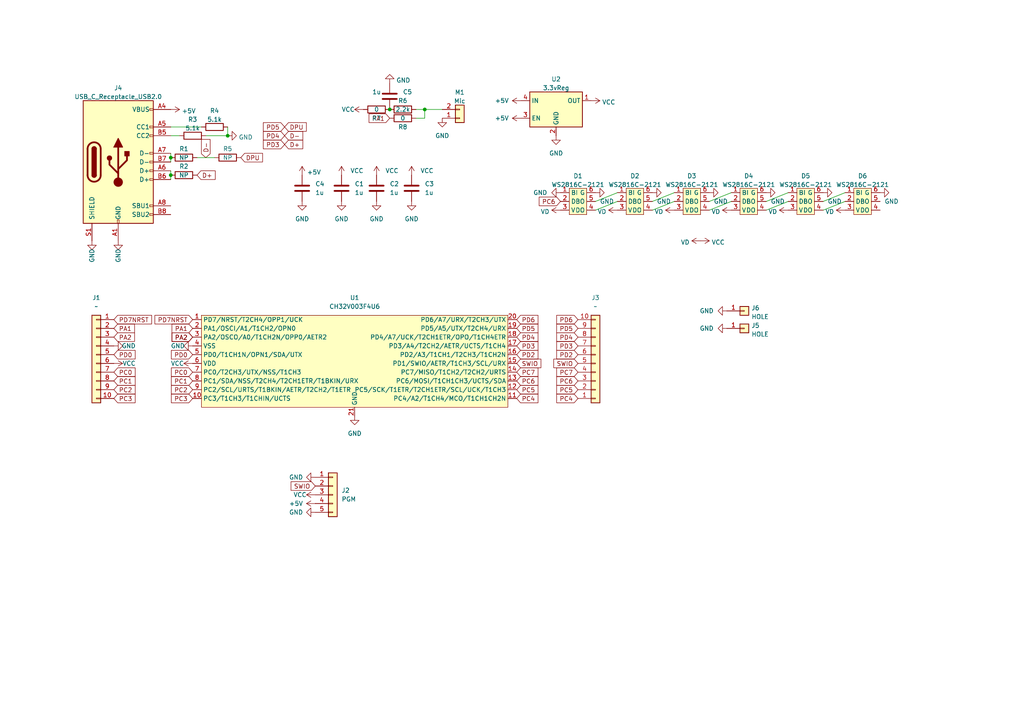
<source format=kicad_sch>
(kicad_sch (version 20211123) (generator eeschema)
  (paper "A4")
  (lib_symbols
    (symbol "CH32V003F4U6:CH32V003F4U6"
      (property "Reference" "U" (at 0 0 0))
      (property "Value" "CH32V003F4U6" (at 0 3.81 0))
      (symbol "CH32V003F4U6_0_1"
        (rectangle (start -44.45 12.7) (end 44.45 -13.97) (fill (type background)))
      )
      (symbol "CH32V003F4U6_1_1"
        (pin bidirectional line (at -46.99 11.43 0) (length 2.54) (name "PD7/NRST/T2CH4/OPP1/UCK") (number "1"))
        (pin bidirectional line (at -46.99 -11.43 0) (length 2.54) (name "PC3/T1CH3/T1CHIN/UCTS") (number "10"))
        (pin bidirectional line (at 46.99 -11.43 180) (length 2.54) (name "PC4/A2/T1CH4/MCO/T1CH1CH2N") (number "11"))
        (pin bidirectional line (at 46.99 -8.89 180) (length 2.54) (name "PC5/SCK/T1ETR/T2CH1ETR/SCL/UCK/T1CH3") (number "12"))
        (pin bidirectional line (at 46.99 -6.35 180) (length 2.54) (name "PC6/MOSI/T1CH1CH3/UCTS/SDA") (number "13"))
        (pin bidirectional line (at 46.99 -3.81 180) (length 2.54) (name "PC7/MISO/T1CH2/T2CH2/URTS") (number "14"))
        (pin bidirectional line (at 46.99 -1.27 180) (length 2.54) (name "PD1/SWIO/AETR/T1CH3/SCL/URX") (number "15"))
        (pin bidirectional line (at 46.99 1.27 180) (length 2.54) (name "PD2/A3/T1CH1/T2CH3/T1CH2N") (number "16"))
        (pin bidirectional line (at 46.99 3.81 180) (length 2.54) (name "PD3/A4/T2CH2/AETR/UCTS/T1CH4") (number "17"))
        (pin bidirectional line (at 46.99 6.35 180) (length 2.54) (name "PD4/A7/UCK/T2CH1ETR/OPO/T1CH4ETR") (number "18"))
        (pin bidirectional line (at 46.99 8.89 180) (length 2.54) (name "PD5/A5/UTX/T2CH4/URX") (number "19"))
        (pin bidirectional line (at -46.99 8.89 0) (length 2.54) (name "PA1/OSCI/A1/T1CH2/OPN0") (number "2"))
        (pin bidirectional line (at 46.99 11.43 180) (length 2.54) (name "PD6/A7/URX/T2CH3/UTX") (number "20"))
        (pin bidirectional line (at 0 -16.51 90) (length 2.54) (name "GND") (number "21"))
        (pin bidirectional line (at -46.99 6.35 0) (length 2.54) (name "PA2/OSCO/A0/T1CH2N/OPP0/AETR2") (number "3"))
        (pin bidirectional line (at -46.99 3.81 0) (length 2.54) (name "VSS") (number "4"))
        (pin bidirectional line (at -46.99 1.27 0) (length 2.54) (name "PD0/T1CH1N/OPN1/SDA/UTX") (number "5"))
        (pin bidirectional line (at -46.99 -1.27 0) (length 2.54) (name "VDD") (number "6"))
        (pin bidirectional line (at -46.99 -3.81 0) (length 2.54) (name "PC0/T2CH3/UTX/NSS/T1CH3") (number "7"))
        (pin bidirectional line (at -46.99 -6.35 0) (length 2.54) (name "PC1/SDA/NSS/T2CH4/T2CH1ETR/T1BKIN/URX") (number "8"))
        (pin bidirectional line (at -46.99 -8.89 0) (length 2.54) (name "PC2/SCL/URTS/T1BKIN/AETR/T2CH2/T1ETR") (number "9"))
      )
    )
    (symbol "Connector:USB_C_Receptacle_USB2.0" (pin_names (offset 1.016))
      (property "Reference" "J" (at -10.16 19.05 0))
      (property "Value" "USB_C_Receptacle_USB2.0" (at 19.05 19.05 0))
      (symbol "USB_C_Receptacle_USB2.0_0_0"
        (rectangle (start -0.254 -17.78) (end 0.254 -16.764))
        (rectangle (start 10.16 -14.986) (end 9.144 -15.494))
        (rectangle (start 10.16 -12.446) (end 9.144 -12.954))
        (rectangle (start 10.16 -4.826) (end 9.144 -5.334))
        (rectangle (start 10.16 -2.286) (end 9.144 -2.794))
        (rectangle (start 10.16 0.254) (end 9.144 -0.254))
        (rectangle (start 10.16 2.794) (end 9.144 2.286))
        (rectangle (start 10.16 7.874) (end 9.144 7.366))
        (rectangle (start 10.16 10.414) (end 9.144 9.906))
        (rectangle (start 10.16 15.494) (end 9.144 14.986))
      )
      (symbol "USB_C_Receptacle_USB2.0_0_1"
        (rectangle (start -10.16 17.78) (end 10.16 -17.78) (stroke (width 0.254)) (fill (type background)))
        (arc (start -8.89 -3.81) (mid -6.985 -5.715) (end -5.08 -3.81) (stroke (width 0.508)))
        (arc (start -7.62 -3.81) (mid -6.985 -4.445) (end -6.35 -3.81) (stroke (width 0.254)))
        (arc (start -7.62 -3.81) (mid -6.985 -4.445) (end -6.35 -3.81) (stroke (width 0.254)) (fill (type outline)))
        (rectangle (start -7.62 -3.81) (end -6.35 3.81) (stroke (width 0.254)) (fill (type outline)))
        (arc (start -6.35 3.81) (mid -6.985 4.445) (end -7.62 3.81) (stroke (width 0.254)))
        (arc (start -6.35 3.81) (mid -6.985 4.445) (end -7.62 3.81) (stroke (width 0.254)) (fill (type outline)))
        (arc (start -5.08 3.81) (mid -6.985 5.715) (end -8.89 3.81) (stroke (width 0.508)))
        (circle (center -2.54 1.143) (radius 0.635) (stroke (width 0.254)) (fill (type outline)))
        (circle (center 0 -5.842) (radius 1.27) (fill (type outline)))
        (polyline (pts (xy -8.89 -3.81) (xy -8.89 3.81)) (stroke (width 0.508)))
        (polyline (pts (xy -5.08 3.81) (xy -5.08 -3.81)) (stroke (width 0.508)))
        (polyline (pts (xy 0 -5.842) (xy 0 4.318)) (stroke (width 0.508)))
        (polyline (pts (xy 0 -3.302) (xy -2.54 -0.762) (xy -2.54 0.508)) (stroke (width 0.508)))
        (polyline (pts (xy 0 -2.032) (xy 2.54 0.508) (xy 2.54 1.778)) (stroke (width 0.508)))
        (polyline (pts (xy -1.27 4.318) (xy 0 6.858) (xy 1.27 4.318) (xy -1.27 4.318)) (stroke (width 0.254)) (fill (type outline)))
        (rectangle (start 1.905 1.778) (end 3.175 3.048) (stroke (width 0.254)) (fill (type outline)))
      )
      (symbol "USB_C_Receptacle_USB2.0_1_1"
        (pin passive line (at 0 -22.86 90) (length 5.08) (name "GND") (number "A1"))
        (pin passive line (at 0 -22.86 90) (length 5.08) hide (name "GND") (number "A12"))
        (pin passive line (at 15.24 15.24 180) (length 5.08) (name "VBUS") (number "A4"))
        (pin bidirectional line (at 15.24 10.16 180) (length 5.08) (name "CC1") (number "A5"))
        (pin bidirectional line (at 15.24 -2.54 180) (length 5.08) (name "D+") (number "A6"))
        (pin bidirectional line (at 15.24 2.54 180) (length 5.08) (name "D-") (number "A7"))
        (pin bidirectional line (at 15.24 -12.7 180) (length 5.08) (name "SBU1") (number "A8"))
        (pin passive line (at 15.24 15.24 180) (length 5.08) hide (name "VBUS") (number "A9"))
        (pin passive line (at 0 -22.86 90) (length 5.08) hide (name "GND") (number "B1"))
        (pin passive line (at 0 -22.86 90) (length 5.08) hide (name "GND") (number "B12"))
        (pin passive line (at 15.24 15.24 180) (length 5.08) hide (name "VBUS") (number "B4"))
        (pin bidirectional line (at 15.24 7.62 180) (length 5.08) (name "CC2") (number "B5"))
        (pin bidirectional line (at 15.24 -5.08 180) (length 5.08) (name "D+") (number "B6"))
        (pin bidirectional line (at 15.24 0 180) (length 5.08) (name "D-") (number "B7"))
        (pin bidirectional line (at 15.24 -15.24 180) (length 5.08) (name "SBU2") (number "B8"))
        (pin passive line (at 15.24 15.24 180) (length 5.08) hide (name "VBUS") (number "B9"))
        (pin passive line (at -7.62 -22.86 90) (length 5.08) (name "SHIELD") (number "S1"))
      )
    )
    (symbol "Connector_Generic:Conn_01x01" (pin_names (offset 1.016) hide)
      (property "Reference" "J" (at 0 2.54 0))
      (property "Value" "Conn_01x01" (at 0 -2.54 0))
      (symbol "Conn_01x01_1_1"
        (rectangle (start -1.27 0.127) (end 0 -0.127) (stroke (width 0.1524)))
        (rectangle (start -1.27 1.27) (end 1.27 -1.27) (stroke (width 0.254)) (fill (type background)))
        (pin passive line (at -5.08 0 0) (length 3.81) (name "Pin_1") (number "1"))
      )
    )
    (symbol "Connector_Generic:Conn_01x02" (pin_names (offset 1.016) hide)
      (property "Reference" "J" (at 0 2.54 0))
      (property "Value" "Conn_01x02" (at 0 -5.08 0))
      (symbol "Conn_01x02_1_1"
        (rectangle (start -1.27 -2.413) (end 0 -2.667) (stroke (width 0.1524)))
        (rectangle (start -1.27 0.127) (end 0 -0.127) (stroke (width 0.1524)))
        (rectangle (start -1.27 1.27) (end 1.27 -3.81) (stroke (width 0.254)) (fill (type background)))
        (pin passive line (at -5.08 0 0) (length 3.81) (name "Pin_1") (number "1"))
        (pin passive line (at -5.08 -2.54 0) (length 3.81) (name "Pin_2") (number "2"))
      )
    )
    (symbol "Connector_Generic:Conn_01x05" (pin_names (offset 1.016) hide)
      (property "Reference" "J" (at 0 7.62 0))
      (property "Value" "Conn_01x05" (at 0 -7.62 0))
      (symbol "Conn_01x05_1_1"
        (rectangle (start -1.27 -4.953) (end 0 -5.207) (stroke (width 0.1524)))
        (rectangle (start -1.27 -2.413) (end 0 -2.667) (stroke (width 0.1524)))
        (rectangle (start -1.27 0.127) (end 0 -0.127) (stroke (width 0.1524)))
        (rectangle (start -1.27 2.667) (end 0 2.413) (stroke (width 0.1524)))
        (rectangle (start -1.27 5.207) (end 0 4.953) (stroke (width 0.1524)))
        (rectangle (start -1.27 6.35) (end 1.27 -6.35) (stroke (width 0.254)) (fill (type background)))
        (pin passive line (at -5.08 5.08 0) (length 3.81) (name "Pin_1") (number "1"))
        (pin passive line (at -5.08 2.54 0) (length 3.81) (name "Pin_2") (number "2"))
        (pin passive line (at -5.08 0 0) (length 3.81) (name "Pin_3") (number "3"))
        (pin passive line (at -5.08 -2.54 0) (length 3.81) (name "Pin_4") (number "4"))
        (pin passive line (at -5.08 -5.08 0) (length 3.81) (name "Pin_5") (number "5"))
      )
    )
    (symbol "Connector_Generic:Conn_01x10" (pin_names (offset 1.016) hide)
      (property "Reference" "J" (at 0 12.7 0))
      (property "Value" "Conn_01x10" (at 0 -15.24 0))
      (symbol "Conn_01x10_1_1"
        (rectangle (start -1.27 -12.573) (end 0 -12.827) (stroke (width 0.1524)))
        (rectangle (start -1.27 -10.033) (end 0 -10.287) (stroke (width 0.1524)))
        (rectangle (start -1.27 -7.493) (end 0 -7.747) (stroke (width 0.1524)))
        (rectangle (start -1.27 -4.953) (end 0 -5.207) (stroke (width 0.1524)))
        (rectangle (start -1.27 -2.413) (end 0 -2.667) (stroke (width 0.1524)))
        (rectangle (start -1.27 0.127) (end 0 -0.127) (stroke (width 0.1524)))
        (rectangle (start -1.27 2.667) (end 0 2.413) (stroke (width 0.1524)))
        (rectangle (start -1.27 5.207) (end 0 4.953) (stroke (width 0.1524)))
        (rectangle (start -1.27 7.747) (end 0 7.493) (stroke (width 0.1524)))
        (rectangle (start -1.27 10.287) (end 0 10.033) (stroke (width 0.1524)))
        (rectangle (start -1.27 11.43) (end 1.27 -13.97) (stroke (width 0.254)) (fill (type background)))
        (pin passive line (at -5.08 10.16 0) (length 3.81) (name "Pin_1") (number "1"))
        (pin passive line (at -5.08 -12.7 0) (length 3.81) (name "Pin_10") (number "10"))
        (pin passive line (at -5.08 7.62 0) (length 3.81) (name "Pin_2") (number "2"))
        (pin passive line (at -5.08 5.08 0) (length 3.81) (name "Pin_3") (number "3"))
        (pin passive line (at -5.08 2.54 0) (length 3.81) (name "Pin_4") (number "4"))
        (pin passive line (at -5.08 0 0) (length 3.81) (name "Pin_5") (number "5"))
        (pin passive line (at -5.08 -2.54 0) (length 3.81) (name "Pin_6") (number "6"))
        (pin passive line (at -5.08 -5.08 0) (length 3.81) (name "Pin_7") (number "7"))
        (pin passive line (at -5.08 -7.62 0) (length 3.81) (name "Pin_8") (number "8"))
        (pin passive line (at -5.08 -10.16 0) (length 3.81) (name "Pin_9") (number "9"))
      )
    )
    (symbol "Device:C" (pin_numbers hide) (pin_names (offset 0.254))
      (property "Reference" "C" (at 0.635 2.54 0))
      (property "Value" "C" (at 0.635 -2.54 0))
      (symbol "C_0_1"
        (polyline (pts (xy -2.032 -0.762) (xy 2.032 -0.762)) (stroke (width 0.508)))
        (polyline (pts (xy -2.032 0.762) (xy 2.032 0.762)) (stroke (width 0.508)))
      )
      (symbol "C_1_1"
        (pin passive line (at 0 3.81 270) (length 2.794) (name "~") (number "1"))
        (pin passive line (at 0 -3.81 90) (length 2.794) (name "~") (number "2"))
      )
    )
    (symbol "Device:R" (pin_numbers hide) (pin_names (offset 0))
      (property "Reference" "R" (at 2.032 0 90))
      (property "Value" "R" (at 0 0 90))
      (symbol "R_0_1"
        (rectangle (start -1.016 -2.54) (end 1.016 2.54) (stroke (width 0.254)))
      )
      (symbol "R_1_1"
        (pin passive line (at 0 3.81 270) (length 1.27) (name "~") (number "1"))
        (pin passive line (at 0 -3.81 90) (length 1.27) (name "~") (number "2"))
      )
    )
    (symbol "Regulator_Linear:NCP115AMX120TCG"
      (property "Reference" "U" (at 2.54 10.16 0))
      (property "Value" "NCP115AMX120TCG" (at 10.16 7.62 0))
      (symbol "NCP115AMX120TCG_0_1"
        (rectangle (start -7.62 5.08) (end 7.62 -5.08) (stroke (width 0.254)) (fill (type background)))
      )
      (symbol "NCP115AMX120TCG_1_1"
        (pin power_out line (at 10.16 2.54 180) (length 2.54) (name "OUT") (number "1"))
        (pin power_in line (at 0 -7.62 90) (length 2.54) (name "GND") (number "2"))
        (pin input line (at -10.16 -2.54 0) (length 2.54) (name "EN") (number "3"))
        (pin power_in line (at -10.16 2.54 0) (length 2.54) (name "IN") (number "4"))
        (pin passive line (at 0 -7.62 90) (length 2.54) hide (name "GND") (number "5"))
      )
    )
    (symbol "WS2816C:WS2816C-2121"
      (property "Reference" "D?" (at 0 8.89 0))
      (property "Value" "WS2816C-2121" (at 0 6.35 0))
      (symbol "WS2816C-2121_0_1"
        (rectangle (start -2.54 3.81) (end 2.54 -3.81) (fill (type background)))
      )
      (symbol "WS2816C-2121_1_1"
        (pin input line (at -5.08 2.54 0) (length 2.54) (name "BI") (number "1"))
        (pin input line (at -5.08 0 0) (length 2.54) (name "DI") (number "2"))
        (pin power_in line (at -5.08 -2.54 0) (length 2.54) (name "V") (number "3"))
        (pin output line (at 5.08 -2.54 180) (length 2.54) (name "DO") (number "4"))
        (pin output line (at 5.08 0 180) (length 2.54) (name "BO") (number "5"))
        (pin power_in line (at 5.08 2.54 180) (length 2.54) (name "G") (number "6"))
      )
    )
    (symbol "power:+5V" (power) (pin_names (offset 0))
      (property "Value" "+5V" (at 0 3.556 0))
      (symbol "+5V_0_1"
        (polyline (pts (xy -0.762 1.27) (xy 0 2.54)))
        (polyline (pts (xy 0 0) (xy 0 2.54)))
        (polyline (pts (xy 0 2.54) (xy 0.762 1.27)))
      )
      (symbol "+5V_1_1"
        (pin power_in line (at 0 0 90) (length 0) hide (name "+5V") (number "1"))
      )
    )
    (symbol "power:GND" (power) (pin_names (offset 0))
      (property "Value" "GND" (at 0 -3.81 0))
      (symbol "GND_0_1"
        (polyline (pts (xy 0 0) (xy 0 -1.27) (xy 1.27 -1.27) (xy 0 -2.54) (xy -1.27 -1.27) (xy 0 -1.27)))
      )
      (symbol "GND_1_1"
        (pin power_in line (at 0 0 270) (length 0) hide (name "GND") (number "1"))
      )
    )
    (symbol "power:VCC" (power) (pin_names (offset 0))
      (property "Value" "VCC" (at 0 3.81 0))
      (symbol "VCC_0_1"
        (polyline (pts (xy -0.762 1.27) (xy 0 2.54)))
        (polyline (pts (xy 0 0) (xy 0 2.54)))
        (polyline (pts (xy 0 2.54) (xy 0.762 1.27)))
      )
      (symbol "VCC_1_1"
        (pin power_in line (at 0 0 90) (length 0) hide (name "VCC") (number "1"))
      )
    )
    (symbol "power:VD" (power) (pin_names (offset 0))
      (property "Value" "VD" (at 0 3.81 0))
      (symbol "VD_0_1"
        (polyline (pts (xy -0.762 1.27) (xy 0 2.54)))
        (polyline (pts (xy 0 0) (xy 0 2.54)))
        (polyline (pts (xy 0 2.54) (xy 0.762 1.27)))
      )
      (symbol "VD_1_1"
        (pin power_in line (at 0 0 90) (length 0) hide (name "VD") (number "1"))
      )
    )
  )
  (junction (at 49.53 50.8))
  (junction (at 66.04 39.37))
  (junction (at 49.53 45.72))
  (junction (at 123.19 31.75))
  (junction (at 113.03 31.75))
  (wire (pts (xy 57.15 45.72) (xy 62.23 45.72)))
  (wire (pts (xy 245.11 58.42) (xy 238.76 60.96)))
  (wire (pts (xy 52.07 39.37) (xy 49.53 39.37)))
  (wire (pts (xy 195.58 55.88) (xy 189.23 58.42)))
  (wire (pts (xy 228.6 58.42) (xy 222.25 60.96)))
  (wire (pts (xy 66.04 39.37) (xy 66.04 36.83)))
  (wire (pts (xy 49.53 49.53) (xy 49.53 50.8)))
  (wire (pts (xy 179.07 58.42) (xy 172.72 60.96)))
  (wire (pts (xy 120.65 34.29) (xy 123.19 34.29)))
  (wire (pts (xy 245.11 55.88) (xy 238.76 58.42)))
  (wire (pts (xy 49.53 45.72) (xy 49.53 46.99)))
  (wire (pts (xy 123.19 34.29) (xy 123.19 31.75)))
  (wire (pts (xy 195.58 58.42) (xy 189.23 60.96)))
  (wire (pts (xy 59.69 39.37) (xy 66.04 39.37)))
  (wire (pts (xy 228.6 55.88) (xy 222.25 58.42)))
  (wire (pts (xy 212.09 55.88) (xy 205.74 58.42)))
  (wire (pts (xy 120.65 31.75) (xy 123.19 31.75)))
  (wire (pts (xy 49.53 44.45) (xy 49.53 45.72)))
  (wire (pts (xy 58.42 36.83) (xy 49.53 36.83)))
  (wire (pts (xy 179.07 55.88) (xy 172.72 58.42)))
  (wire (pts (xy 49.53 50.8) (xy 49.53 52.07)))
  (wire (pts (xy 123.19 31.75) (xy 128.27 31.75)))
  (wire (pts (xy 212.09 58.42) (xy 205.74 60.96)))
  (global_label "PA1" (shape input) (at 113.03 34.29 180) (property "Intersheet References" "${INTERSHEET_REFS}" (effects hide)))
  (global_label "PC5" (shape input) (at 167.64 113.03 180) (property "Intersheet References" "${INTERSHEET_REFS}" (effects hide)))
  (global_label "PD6" (shape input) (at 149.86 92.71 0) (property "Intersheet References" "${INTERSHEET_REFS}" (effects hide)))
  (global_label "D+" (shape input) (at 82.55 41.91 0) (property "Intersheet References" "${INTERSHEET_REFS}" (effects hide)))
  (global_label "PC3" (shape input) (at 33.02 115.57 0) (property "Intersheet References" "${INTERSHEET_REFS}" (effects hide)))
  (global_label "PA2" (shape input) (at 33.02 97.79 0) (property "Intersheet References" "${INTERSHEET_REFS}" (effects hide)))
  (global_label "PD2" (shape input) (at 149.86 102.87 0) (property "Intersheet References" "${INTERSHEET_REFS}" (effects hide)))
  (global_label "PC5" (shape input) (at 149.86 113.03 0) (property "Intersheet References" "${INTERSHEET_REFS}" (effects hide)))
  (global_label "PA2" (shape input) (at 55.88 97.79 180) (property "Intersheet References" "${INTERSHEET_REFS}" (effects hide)))
  (global_label "PD5" (shape input) (at 167.64 95.25 180) (property "Intersheet References" "${INTERSHEET_REFS}" (effects hide)))
  (global_label "PC2" (shape input) (at 33.02 113.03 0) (property "Intersheet References" "${INTERSHEET_REFS}" (effects hide)))
  (global_label "PC0" (shape input) (at 55.88 107.95 180) (property "Intersheet References" "${INTERSHEET_REFS}" (effects hide)))
  (global_label "PD4" (shape input) (at 149.86 97.79 0) (property "Intersheet References" "${INTERSHEET_REFS}" (effects hide)))
  (global_label "PC3" (shape input) (at 55.88 115.57 180) (property "Intersheet References" "${INTERSHEET_REFS}" (effects hide)))
  (global_label "PD0" (shape input) (at 33.02 102.87 0) (property "Intersheet References" "${INTERSHEET_REFS}" (effects hide)))
  (global_label "PA1" (shape input) (at 55.88 95.25 180) (property "Intersheet References" "${INTERSHEET_REFS}" (effects hide)))
  (global_label "PC6" (shape input) (at 162.56 58.42 180) (property "Intersheet References" "${INTERSHEET_REFS}" (effects hide)))
  (global_label "PD7NRST" (shape input) (at 55.88 92.71 180) (property "Intersheet References" "${INTERSHEET_REFS}" (effects hide)))
  (global_label "PC1" (shape input) (at 55.88 110.49 180) (property "Intersheet References" "${INTERSHEET_REFS}" (effects hide)))
  (global_label "PC7" (shape input) (at 167.64 107.95 180) (property "Intersheet References" "${INTERSHEET_REFS}" (effects hide)))
  (global_label "D-" (shape input) (at 82.55 39.37 0) (property "Intersheet References" "${INTERSHEET_REFS}" (effects hide)))
  (global_label "PC4" (shape input) (at 167.64 115.57 180) (property "Intersheet References" "${INTERSHEET_REFS}" (effects hide)))
  (global_label "PC1" (shape input) (at 33.02 110.49 0) (property "Intersheet References" "${INTERSHEET_REFS}" (effects hide)))
  (global_label "PD4" (shape input) (at 82.55 39.37 180) (property "Intersheet References" "${INTERSHEET_REFS}" (effects hide)))
  (global_label "PD3" (shape input) (at 149.86 100.33 0) (property "Intersheet References" "${INTERSHEET_REFS}" (effects hide)))
  (global_label "D-" (shape input) (at 59.69 45.72 90) (property "Intersheet References" "${INTERSHEET_REFS}" (effects hide)))
  (global_label "PC7" (shape input) (at 149.86 107.95 0) (property "Intersheet References" "${INTERSHEET_REFS}" (effects hide)))
  (global_label "DPU" (shape input) (at 69.85 45.72 0) (property "Intersheet References" "${INTERSHEET_REFS}" (effects hide)))
  (global_label "DPU" (shape input) (at 82.55 36.83 0) (property "Intersheet References" "${INTERSHEET_REFS}" (effects hide)))
  (global_label "D+" (shape input) (at 57.15 50.8 0) (property "Intersheet References" "${INTERSHEET_REFS}" (effects hide)))
  (global_label "PD3" (shape input) (at 167.64 100.33 180) (property "Intersheet References" "${INTERSHEET_REFS}" (effects hide)))
  (global_label "PD0" (shape input) (at 55.88 102.87 180) (property "Intersheet References" "${INTERSHEET_REFS}" (effects hide)))
  (global_label "PC6" (shape input) (at 149.86 110.49 0) (property "Intersheet References" "${INTERSHEET_REFS}" (effects hide)))
  (global_label "SWIO" (shape input) (at 91.44 140.97 180) (property "Intersheet References" "${INTERSHEET_REFS}" (effects hide)))
  (global_label "SWIO" (shape input) (at 167.64 105.41 180) (property "Intersheet References" "${INTERSHEET_REFS}" (effects hide)))
  (global_label "PC0" (shape input) (at 33.02 107.95 0) (property "Intersheet References" "${INTERSHEET_REFS}" (effects hide)))
  (global_label "PC6" (shape input) (at 167.64 110.49 180) (property "Intersheet References" "${INTERSHEET_REFS}" (effects hide)))
  (global_label "PA1" (shape input) (at 33.02 95.25 0) (property "Intersheet References" "${INTERSHEET_REFS}" (effects hide)))
  (global_label "PC2" (shape input) (at 55.88 113.03 180) (property "Intersheet References" "${INTERSHEET_REFS}" (effects hide)))
  (global_label "PD5" (shape input) (at 149.86 95.25 0) (property "Intersheet References" "${INTERSHEET_REFS}" (effects hide)))
  (global_label "PD3" (shape input) (at 82.55 41.91 180) (property "Intersheet References" "${INTERSHEET_REFS}" (effects hide)))
  (global_label "PA2" (shape input) (at 55.88 97.79 180) (property "Intersheet References" "${INTERSHEET_REFS}" (effects hide)))
  (global_label "PD4" (shape input) (at 167.64 97.79 180) (property "Intersheet References" "${INTERSHEET_REFS}" (effects hide)))
  (global_label "PC4" (shape input) (at 149.86 115.57 0) (property "Intersheet References" "${INTERSHEET_REFS}" (effects hide)))
  (global_label "PD7NRST" (shape input) (at 33.02 92.71 0) (property "Intersheet References" "${INTERSHEET_REFS}" (effects hide)))
  (global_label "PD5" (shape input) (at 82.55 36.83 180) (property "Intersheet References" "${INTERSHEET_REFS}" (effects hide)))
  (global_label "PD2" (shape input) (at 167.64 102.87 180) (property "Intersheet References" "${INTERSHEET_REFS}" (effects hide)))
  (global_label "SWIO" (shape input) (at 149.86 105.41 0) (property "Intersheet References" "${INTERSHEET_REFS}" (effects hide)))
  (global_label "PD6" (shape input) (at 167.64 92.71 180) (property "Intersheet References" "${INTERSHEET_REFS}" (effects hide)))
  (symbol (lib_id "power:VCC") (at 203.2 69.85 270) (unit 1)
    (property "Reference" "#PWR0140" (effects hide))
    (property "Value" "VCC" (at 206.375 70.2838 90) (effects (justify left)))
  )
  (symbol (lib_id "power:GND") (at 210.82 95.25 270) (unit 1)
    (property "Reference" "#PWR0132" (effects hide))
    (property "Value" "GND" (at 207.01 95.25 90) (effects (justify right)))
  )
  (symbol (lib_id "power:GND") (at 99.06 58.42 0) (unit 1)
    (property "Reference" "#PWR0103" (effects hide))
    (property "Value" "GND" (at 99.06 63.5 0))
  )
  (symbol (lib_id "power:+5V") (at 151.13 34.29 90) (unit 1)
    (property "Reference" "#PWR0138" (effects hide))
    (property "Value" "+5V" (at 143.51 34.29 90) (effects (justify right)))
  )
  (symbol (lib_id "power:VCC") (at 33.02 105.41 270) (mirror x) (unit 1)
    (property "Reference" "#PWR0113" (effects hide))
    (property "Value" "VCC" (at 39.37 105.41 90) (effects (justify right)))
  )
  (symbol (lib_id "Regulator_Linear:NCP115AMX120TCG") (at 161.29 31.75 0) (unit 1)
    (property "Reference" "U2" (at 161.29 22.9702 0))
    (property "Value" "3.3vReg" (at 161.29 25.5071 0))
    (property "Footprint" "Package_DFN_QFN:OnSemi_XDFN4-1EP_1.0x1.0mm_EP0.52x0.52mm" (effects hide))
    (property "Datasheet" "https://www.onsemi.com/pub/Collateral/NCP115-D.PDF" (effects hide))
    (property "LCSC" "C81114" (effects hide))
  )
  (symbol (lib_id "power:VCC") (at 99.06 50.8 0) (unit 1)
    (property "Reference" "#PWR0102" (effects hide))
    (property "Value" "VCC" (at 101.6 49.5299 0) (effects (justify left)))
  )
  (symbol (lib_id "WS2816C:WS2816C-2121") (at 233.68 58.42 0) (unit 1)
    (property "Reference" "D5" (at 233.68 51.0372 0))
    (property "Value" "WS2816C-2121" (at 233.68 53.5741 0))
    (property "Footprint" "WS2816-2121:WS2816-2121" (effects hide))
    (property "LCSC" "C965561" (effects hide))
  )
  (symbol (lib_id "WS2816C:WS2816C-2121") (at 184.15 58.42 0) (unit 1)
    (property "Reference" "D2" (at 184.15 51.0372 0))
    (property "Value" "WS2816C-2121" (at 184.15 53.5741 0))
    (property "Footprint" "WS2816-2121:WS2816-2121" (effects hide))
    (property "LCSC" "C965561" (effects hide))
  )
  (symbol (lib_id "power:VD") (at 203.2 69.85 90) (unit 1)
    (property "Reference" "#PWR0130" (effects hide))
    (property "Value" "VD" (at 200.025 70.2838 90) (effects (justify left)))
  )
  (symbol (lib_id "WS2816C:WS2816C-2121") (at 167.64 58.42 0) (unit 1)
    (property "Reference" "D1" (at 167.64 51.0372 0))
    (property "Value" "WS2816C-2121" (at 167.64 53.5741 0))
    (property "Footprint" "WS2816-2121:WS2816-2121" (effects hide))
    (property "LCSC" "C965561" (effects hide))
  )
  (symbol (lib_id "Device:R") (at 66.04 45.72 90) (unit 1)
    (property "Reference" "R5" (at 66.04 43.18 90))
    (property "Value" "NP" (at 66.04 45.72 90))
    (property "Footprint" "Resistor_SMD:R_0402_1005Metric" (effects hide))
  )
  (symbol (lib_id "power:VD") (at 162.56 60.96 90) (unit 1)
    (property "Reference" "#PWR0141" (effects hide))
    (property "Value" "VD" (at 159.385 61.3938 90) (effects (justify left)))
  )
  (symbol (lib_id "power:GND") (at 26.67 69.85 0) (unit 1)
    (property "Reference" "#PWR0120" (effects hide))
    (property "Value" "GND" (at 26.67 76.2 90) (effects (justify left)))
  )
  (symbol (lib_id "Connector_Generic:Conn_01x02") (at 133.35 34.29 0) (mirror x) (unit 1)
    (property "Reference" "M1" (at 133.35 26.7802 0))
    (property "Value" "Mic" (at 133.35 29.3171 0))
    (property "Footprint" "Swadge_Parts:GOERTEK_MIC_B4013AM423" (effects hide))
    (property "LCSC" "C233794" (effects hide))
  )
  (symbol (lib_id "Device:R") (at 109.22 31.75 90) (unit 1)
    (property "Reference" "R7" (at 109.22 34.29 90))
    (property "Value" "0" (at 109.22 31.75 90))
    (property "Footprint" "Resistor_SMD:R_0402_1005Metric" (effects hide))
    (property "LCSC" "C325377" (effects hide))
  )
  (symbol (lib_id "WS2816C:WS2816C-2121") (at 250.19 58.42 0) (unit 1)
    (property "Reference" "D6" (at 250.19 51.0372 0))
    (property "Value" "WS2816C-2121" (at 250.19 53.5741 0))
    (property "Footprint" "WS2816-2121:WS2816-2121" (effects hide))
    (property "LCSC" "C965561" (effects hide))
  )
  (symbol (lib_id "power:GND") (at 255.27 55.88 90) (unit 1)
    (property "Reference" "#PWR0126" (effects hide))
    (property "Value" "GND" (at 256.54 58.42 90) (effects (justify right)))
  )
  (symbol (lib_id "Device:C") (at 109.22 54.61 0) (unit 1)
    (property "Reference" "C2" (at 113.03 53.3399 0) (effects (justify left)))
    (property "Value" "1u" (at 113.03 55.8799 0) (effects (justify left)))
    (property "Footprint" "Capacitor_SMD:C_0402_1005Metric" (effects hide))
    (property "LCSC" "C237173" (effects hide))
  )
  (symbol (lib_id "Connector_Generic:Conn_01x10") (at 172.72 105.41 0) (mirror x) (unit 1)
    (property "Reference" "J3" (at 172.72 86.36 0))
    (property "Value" "~" (at 172.72 88.9 0))
    (property "Footprint" "Connector_PinHeader_2.54mm:PinHeader_1x10_P2.54mm_Vertical" (effects hide))
    (property "LCSC" "C492409" (effects hide))
  )
  (symbol (lib_id "power:GND") (at 189.23 55.88 90) (unit 1)
    (property "Reference" "#PWR0119" (effects hide))
    (property "Value" "GND" (at 190.5 58.42 90) (effects (justify right)))
  )
  (symbol (lib_id "power:GND") (at 91.44 138.43 270) (unit 1)
    (property "Reference" "#PWR0115" (effects hide))
    (property "Value" "GND" (at 83.82 138.43 90) (effects (justify left)))
  )
  (symbol (lib_id "power:+5V") (at 49.53 31.75 270) (unit 1)
    (property "Reference" "#PWR0133" (effects hide))
    (property "Value" "+5V" (at 52.705 32.1838 90) (effects (justify left)))
  )
  (symbol (lib_id "power:+5V") (at 151.13 29.21 90) (unit 1)
    (property "Reference" "#PWR0137" (effects hide))
    (property "Value" "+5V" (at 143.51 29.21 90) (effects (justify right)))
  )
  (symbol (lib_id "power:GND") (at 222.25 55.88 90) (unit 1)
    (property "Reference" "#PWR0123" (effects hide))
    (property "Value" "GND" (at 223.52 58.42 90) (effects (justify right)))
  )
  (symbol (lib_id "power:+5V") (at 87.63 50.8 0) (unit 1)
    (property "Reference" "#PWR0135" (effects hide))
    (property "Value" "+5V" (at 89.027 49.9638 0) (effects (justify left)))
  )
  (symbol (lib_id "power:GND") (at 210.82 90.17 270) (unit 1)
    (property "Reference" "#PWR09" (effects hide))
    (property "Value" "GND" (at 207.01 90.17 90) (effects (justify right)))
  )
  (symbol (lib_id "Connector:USB_C_Receptacle_USB2.0") (at 34.29 46.99 0) (unit 1)
    (property "Reference" "J4" (at 34.29 25.5102 0))
    (property "Value" "USB_C_Receptacle_USB2.0" (at 34.29 28.0471 0))
    (property "Footprint" "Connector_USB:USB_C_Receptacle_HRO_TYPE-C-31-M-12" (effects hide))
    (property "Datasheet" "https://www.usb.org/sites/default/files/documents/usb_type-c.zip" (effects hide))
    (property "LCSC" "C709358" (effects hide))
  )
  (symbol (lib_id "power:GND") (at 109.22 58.42 0) (unit 1)
    (property "Reference" "#PWR0101" (effects hide))
    (property "Value" "GND" (at 109.22 63.5 0))
  )
  (symbol (lib_id "power:GND") (at 172.72 55.88 90) (unit 1)
    (property "Reference" "#PWR0104" (effects hide))
    (property "Value" "GND" (at 173.99 58.42 90) (effects (justify right)))
  )
  (symbol (lib_id "Connector_Generic:Conn_01x05") (at 96.52 143.51 0) (unit 1)
    (property "Reference" "J2" (at 99.06 142.2399 0) (effects (justify left)))
    (property "Value" "PGM" (at 99.06 144.7799 0) (effects (justify left)))
    (property "Footprint" "Connector_PinHeader_2.54mm:PinHeader_1x05_P2.54mm_Vertical" (effects hide))
    (property "LCSC" "C492404" (effects hide))
  )
  (symbol (lib_id "WS2816C:WS2816C-2121") (at 200.66 58.42 0) (unit 1)
    (property "Reference" "D3" (at 200.66 51.0372 0))
    (property "Value" "WS2816C-2121" (at 200.66 53.5741 0))
    (property "Footprint" "WS2816-2121:WS2816-2121" (effects hide))
    (property "LCSC" "C965561" (effects hide))
  )
  (symbol (lib_id "Device:R") (at 53.34 50.8 90) (unit 1)
    (property "Reference" "R2" (at 53.34 48.26 90))
    (property "Value" "NP" (at 53.34 50.8 90))
    (property "Footprint" "Resistor_SMD:R_0402_1005Metric" (effects hide))
  )
  (symbol (lib_id "power:GND") (at 87.63 58.42 0) (unit 1)
    (property "Reference" "#PWR0134" (effects hide))
    (property "Value" "GND" (at 87.63 63.5 0))
  )
  (symbol (lib_id "power:VCC") (at 91.44 143.51 90) (unit 1)
    (property "Reference" "#PWR?" (effects hide))
    (property "Value" "VCC" (at 85.09 143.51 90) (effects (justify right)))
  )
  (symbol (lib_id "power:+5V") (at 91.44 146.05 90) (unit 1)
    (property "Reference" "#PWR?" (effects hide))
    (property "Value" "+5V" (at 83.82 146.05 90) (effects (justify right)))
  )
  (symbol (lib_id "power:GND") (at 113.03 24.13 180) (unit 1)
    (property "Reference" "#PWR0106" (effects hide))
    (property "Value" "GND" (at 114.935 23.2938 0) (effects (justify right)))
  )
  (symbol (lib_id "power:VCC") (at 55.88 105.41 90) (unit 1)
    (property "Reference" "#PWR0111" (effects hide))
    (property "Value" "VCC" (at 49.53 105.41 90) (effects (justify right)))
  )
  (symbol (lib_id "CH32V003F4U6:CH32V003F4U6") (at 102.87 104.14 0) (unit 1)
    (property "Reference" "U1" (at 102.87 86.36 0))
    (property "Value" "CH32V003F4U6" (at 102.87 88.9 0))
    (property "Footprint" "Package_DFN_QFN:QFN-20-1EP_3x3mm_P0.4mm_EP1.65x1.65mm" (effects hide))
    (property "LCSC" "C5299908" (effects hide))
  )
  (symbol (lib_id "Device:R") (at 62.23 36.83 90) (unit 1)
    (property "Reference" "R4" (at 62.23 32.1142 90))
    (property "Value" "5.1k" (at 62.23 34.6511 90))
    (property "Footprint" "Resistor_SMD:R_0402_1005Metric" (effects hide))
    (property "LCSC" "C258132" (effects hide))
  )
  (symbol (lib_id "power:VCC") (at 109.22 50.8 0) (unit 1)
    (property "Reference" "#PWR0108" (effects hide))
    (property "Value" "VCC" (at 111.76 49.5299 0) (effects (justify left)))
  )
  (symbol (lib_id "WS2816C:WS2816C-2121") (at 217.17 58.42 0) (unit 1)
    (property "Reference" "D4" (at 217.17 51.0372 0))
    (property "Value" "WS2816C-2121" (at 217.17 53.5741 0))
    (property "Footprint" "WS2816-2121:WS2816-2121" (effects hide))
    (property "LCSC" "C965561" (effects hide))
  )
  (symbol (lib_id "power:GND") (at 55.88 100.33 270) (unit 1)
    (property "Reference" "#PWR0112" (effects hide))
    (property "Value" "GND" (at 49.53 100.33 90) (effects (justify left)))
  )
  (symbol (lib_id "Connector_Generic:Conn_01x01") (at 215.9 90.17 0) (unit 1)
    (property "Reference" "J6" (at 217.932 89.3353 0) (effects (justify left)))
    (property "Value" "HOLE" (at 217.932 91.8722 0) (effects (justify left)))
    (property "Footprint" "MountingHole:MountingHole_2.2mm_M2_DIN965_Pad" (effects hide))
  )
  (symbol (lib_id "power:VD") (at 228.6 60.96 90) (unit 1)
    (property "Reference" "#PWR0128" (effects hide))
    (property "Value" "VD" (at 225.425 61.3938 90) (effects (justify left)))
  )
  (symbol (lib_id "power:VD") (at 179.07 60.96 90) (unit 1)
    (property "Reference" "#PWR0142" (effects hide))
    (property "Value" "VD" (at 175.895 61.3938 90) (effects (justify left)))
  )
  (symbol (lib_id "Device:R") (at 116.84 31.75 90) (unit 1)
    (property "Reference" "R6" (at 116.84 29.21 90))
    (property "Value" "2.2k" (at 116.84 31.75 90))
    (property "Footprint" "Resistor_SMD:R_0402_1005Metric" (effects hide))
    (property "LCSC" "C144773" (effects hide))
  )
  (symbol (lib_id "Connector_Generic:Conn_01x10") (at 27.94 102.87 0) (mirror y) (unit 1)
    (property "Reference" "J1" (at 27.94 86.36 0))
    (property "Value" "~" (at 27.94 88.9 0))
    (property "Footprint" "Connector_PinHeader_2.54mm:PinHeader_1x10_P2.54mm_Vertical" (effects hide))
    (property "LCSC" "C492409" (effects hide))
  )
  (symbol (lib_id "power:GND") (at 119.38 58.42 0) (unit 1)
    (property "Reference" "#PWR0109" (effects hide))
    (property "Value" "GND" (at 119.38 63.5 0))
  )
  (symbol (lib_id "power:GND") (at 66.04 39.37 90) (unit 1)
    (property "Reference" "#PWR0121" (effects hide))
    (property "Value" "GND" (at 69.215 39.8038 90) (effects (justify right)))
  )
  (symbol (lib_id "power:GND") (at 161.29 39.37 0) (unit 1)
    (property "Reference" "#PWR0136" (effects hide))
    (property "Value" "GND" (at 161.29 44.45 0))
  )
  (symbol (lib_id "power:GND") (at 102.87 120.65 0) (unit 1)
    (property "Reference" "#PWR0117" (effects hide))
    (property "Value" "GND" (at 102.87 125.73 0))
  )
  (symbol (lib_id "power:VCC") (at 119.38 50.8 0) (unit 1)
    (property "Reference" "#PWR0110" (effects hide))
    (property "Value" "VCC" (at 121.92 49.5299 0) (effects (justify left)))
  )
  (symbol (lib_id "Device:C") (at 99.06 54.61 0) (unit 1)
    (property "Reference" "C1" (at 102.87 53.3399 0) (effects (justify left)))
    (property "Value" "1u" (at 102.87 55.8799 0) (effects (justify left)))
    (property "Footprint" "Capacitor_SMD:C_0402_1005Metric" (effects hide))
    (property "LCSC" "C237173" (effects hide))
  )
  (symbol (lib_id "power:GND") (at 205.74 55.88 90) (unit 1)
    (property "Reference" "#PWR0122" (effects hide))
    (property "Value" "GND" (at 207.01 58.42 90) (effects (justify right)))
  )
  (symbol (lib_id "power:GND") (at 128.27 34.29 0) (unit 1)
    (property "Reference" "#PWR0131" (effects hide))
    (property "Value" "GND" (at 128.27 39.37 0))
  )
  (symbol (lib_id "power:VD") (at 245.11 60.96 90) (unit 1)
    (property "Reference" "#PWR0124" (effects hide))
    (property "Value" "VD" (at 241.935 61.3938 90) (effects (justify left)))
  )
  (symbol (lib_id "power:GND") (at 33.02 100.33 90) (mirror x) (unit 1)
    (property "Reference" "#PWR0114" (effects hide))
    (property "Value" "GND" (at 39.37 100.33 90) (effects (justify left)))
  )
  (symbol (lib_id "power:GND") (at 162.56 55.88 270) (unit 1)
    (property "Reference" "#PWR0105" (effects hide))
    (property "Value" "GND" (at 158.75 55.88 90) (effects (justify right)))
  )
  (symbol (lib_id "power:GND") (at 91.44 148.59 270) (unit 1)
    (property "Reference" "#PWR0118" (effects hide))
    (property "Value" "GND" (at 83.82 148.59 90) (effects (justify left)))
  )
  (symbol (lib_id "power:VCC") (at 171.45 29.21 270) (unit 1)
    (property "Reference" "#PWR0139" (effects hide))
    (property "Value" "VCC" (at 174.625 29.6438 90) (effects (justify left)))
  )
  (symbol (lib_id "Device:C") (at 87.63 54.61 0) (unit 1)
    (property "Reference" "C4" (at 91.44 53.3399 0) (effects (justify left)))
    (property "Value" "1u" (at 91.44 55.8799 0) (effects (justify left)))
    (property "Footprint" "Capacitor_SMD:C_0402_1005Metric" (effects hide))
    (property "LCSC" "C237173" (effects hide))
  )
  (symbol (lib_id "power:VCC") (at 105.41 31.75 90) (unit 1)
    (property "Reference" "#PWR0116" (effects hide))
    (property "Value" "VCC" (at 99.06 31.75 90) (effects (justify right)))
  )
  (symbol (lib_id "power:VD") (at 212.09 60.96 90) (unit 1)
    (property "Reference" "#PWR0125" (effects hide))
    (property "Value" "VD" (at 208.915 61.3938 90) (effects (justify left)))
  )
  (symbol (lib_id "Device:C") (at 119.38 54.61 0) (unit 1)
    (property "Reference" "C3" (at 123.19 53.3399 0) (effects (justify left)))
    (property "Value" "1u" (at 123.19 55.8799 0) (effects (justify left)))
    (property "Footprint" "Capacitor_SMD:C_0402_1005Metric" (effects hide))
    (property "LCSC" "C237173" (effects hide))
  )
  (symbol (lib_id "Connector_Generic:Conn_01x01") (at 215.9 95.25 0) (unit 1)
    (property "Reference" "J5" (at 217.932 94.4153 0) (effects (justify left)))
    (property "Value" "HOLE" (at 217.932 96.9522 0) (effects (justify left)))
    (property "Footprint" "MountingHole:MountingHole_2.2mm_M2_DIN965_Pad" (effects hide))
  )
  (symbol (lib_id "Device:C") (at 113.03 27.94 0) (unit 1)
    (property "Reference" "C5" (at 116.84 26.6699 0) (effects (justify left)))
    (property "Value" "1u" (at 107.95 26.67 0) (effects (justify left)))
    (property "Footprint" "Capacitor_SMD:C_0402_1005Metric" (effects hide))
    (property "LCSC" "C237173" (effects hide))
  )
  (symbol (lib_id "Device:R") (at 116.84 34.29 90) (unit 1)
    (property "Reference" "R8" (at 116.84 36.83 90))
    (property "Value" "0" (at 116.84 34.29 90))
    (property "Footprint" "Resistor_SMD:R_0402_1005Metric" (effects hide))
    (property "LCSC" "C325377" (effects hide))
  )
  (symbol (lib_id "Device:R") (at 53.34 45.72 90) (unit 1)
    (property "Reference" "R1" (at 53.34 43.18 90))
    (property "Value" "NP" (at 53.34 45.72 90))
    (property "Footprint" "Resistor_SMD:R_0402_1005Metric" (effects hide))
  )
  (symbol (lib_id "power:VD") (at 195.58 60.96 90) (unit 1)
    (property "Reference" "#PWR0129" (effects hide))
    (property "Value" "VD" (at 192.405 61.3938 90) (effects (justify left)))
  )
  (symbol (lib_id "power:GND") (at 34.29 69.85 0) (unit 1)
    (property "Reference" "#PWR0107" (effects hide))
    (property "Value" "GND" (at 34.29 76.2 90) (effects (justify left)))
  )
  (symbol (lib_id "power:GND") (at 238.76 55.88 90) (unit 1)
    (property "Reference" "#PWR0127" (effects hide))
    (property "Value" "GND" (at 240.03 58.42 90) (effects (justify right)))
  )
  (symbol (lib_id "Device:R") (at 55.88 39.37 90) (unit 1)
    (property "Reference" "R3" (at 55.88 34.6542 90))
    (property "Value" "5.1k" (at 55.88 37.1911 90))
    (property "Footprint" "Resistor_SMD:R_0402_1005Metric" (effects hide))
    (property "LCSC" "C258132" (effects hide))
  )
)
</source>
